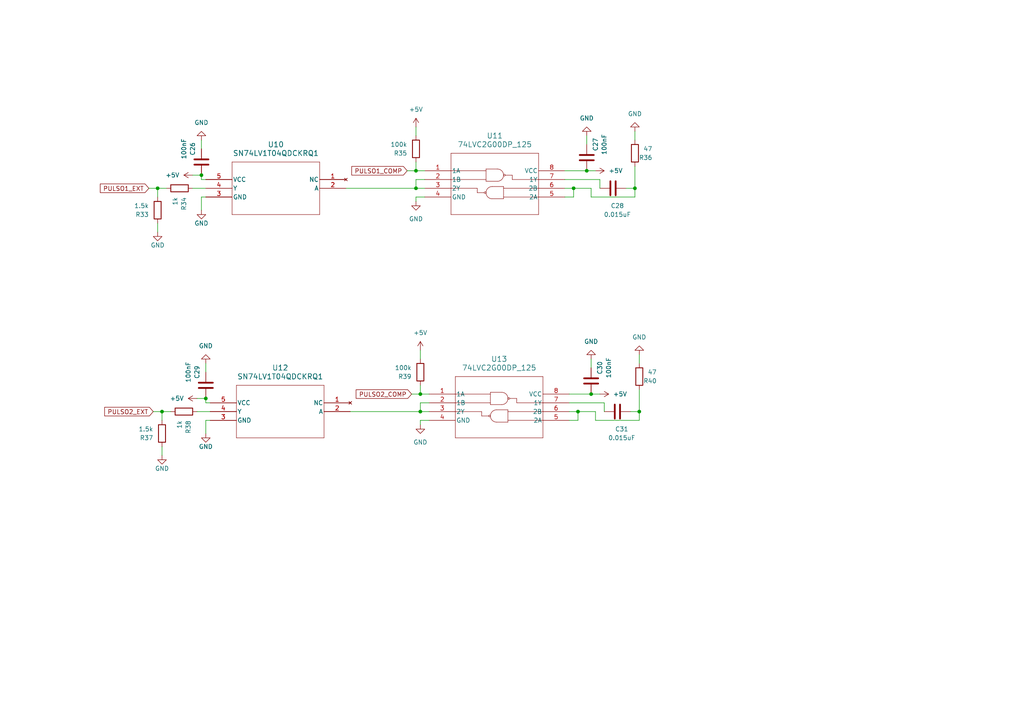
<source format=kicad_sch>
(kicad_sch (version 20230121) (generator eeschema)
  (paper "A4")
  (lib_symbols
    (symbol "0A_74LVC2G00DP-Q100H:74LVC2G00DP_125" (pin_names (offset 0.254))
      (property "Reference" "U" (at 20.32 10.16 0))
      (property "Value" "74LVC2G00DP_125" (at 20.32 7.62 0))
      (symbol "74LVC2G00DP_125_0_1"
        (polyline (pts (xy 7.62 -12.7) (xy 33.02 -12.7)) (stroke (width 0.127)))
        (polyline (pts (xy 7.62 -5.08) (xy 15.24 -5.08)) (stroke (width 0.127)))
        (polyline (pts (xy 7.62 -2.54) (xy 17.78 -2.54)) (stroke (width 0.127)))
        (polyline (pts (xy 7.62 0) (xy 17.78 0)) (stroke (width 0.127)))
        (polyline (pts (xy 7.62 5.08) (xy 7.62 -12.7)) (stroke (width 0.127)))
        (polyline (pts (xy 15.24 -6.35) (xy 15.24 -5.08)) (stroke (width 0.127)))
        (polyline (pts (xy 17.272 -6.35) (xy 15.24 -6.35)) (stroke (width 0.127)))
        (polyline (pts (xy 17.78 -3.048) (xy 21.082 -3.048)) (stroke (width 0.127)))
        (polyline (pts (xy 17.78 0.508) (xy 17.78 -3.048)) (stroke (width 0.127)))
        (polyline (pts (xy 17.78 0.508) (xy 21.082 0.508)) (stroke (width 0.127)))
        (polyline (pts (xy 22.86 -8.128) (xy 19.558 -8.128)) (stroke (width 0.127)))
        (polyline (pts (xy 22.86 -8.128) (xy 22.86 -4.572)) (stroke (width 0.127)))
        (polyline (pts (xy 22.86 -4.572) (xy 19.558 -4.572)) (stroke (width 0.127)))
        (polyline (pts (xy 23.368 -1.27) (xy 25.4 -1.27)) (stroke (width 0.127)))
        (polyline (pts (xy 25.4 -1.27) (xy 25.4 -2.54)) (stroke (width 0.127)))
        (polyline (pts (xy 33.02 -12.7) (xy 33.02 5.08)) (stroke (width 0.127)))
        (polyline (pts (xy 33.02 -7.62) (xy 22.86 -7.62)) (stroke (width 0.127)))
        (polyline (pts (xy 33.02 -5.08) (xy 22.86 -5.08)) (stroke (width 0.127)))
        (polyline (pts (xy 33.02 -2.54) (xy 25.4 -2.54)) (stroke (width 0.127)))
        (polyline (pts (xy 33.02 5.08) (xy 7.62 5.08)) (stroke (width 0.127)))
        (circle (center 17.526 -6.35) (radius 0.254) (stroke (width 0.127)))
        (arc (start 19.558 -4.572) (mid 17.7877 -6.35) (end 19.558 -8.128) (stroke (width 0.127)))
        (arc (start 21.082 -3.048) (mid 22.8522 -1.27) (end 21.082 0.508) (stroke (width 0.127)))
        (circle (center 23.114 -1.27) (radius 0.254) (stroke (width 0.127)))
        (pin input line (at 0 0 0) (length 7.62) (name "1A") (number "1"))
        (pin input line (at 0 -2.54 0) (length 7.62) (name "1B") (number "2"))
        (pin output line (at 0 -5.08 0) (length 7.62) (name "2Y") (number "3"))
        (pin power_out line (at 0 -7.62 0) (length 7.62) (name "GND") (number "4"))
        (pin input line (at 40.64 -7.62 180) (length 7.62) (name "2A") (number "5"))
        (pin input line (at 40.64 -5.08 180) (length 7.62) (name "2B") (number "6"))
        (pin output line (at 40.64 -2.54 180) (length 7.62) (name "1Y") (number "7"))
        (pin power_in line (at 40.64 0 180) (length 7.62) (name "VCC") (number "8"))
      )
    )
    (symbol "0A_SN74LV1T04QDCKRQ1:SN74LV1T04QDCKRQ1" (pin_names (offset 0.254))
      (property "Reference" "U" (at 20.32 10.16 0))
      (property "Value" "SN74LV1T04QDCKRQ1" (at 20.32 7.62 0))
      (symbol "SN74LV1T04QDCKRQ1_0_1"
        (polyline (pts (xy 7.62 -10.16) (xy 33.02 -10.16)) (stroke (width 0.127)))
        (polyline (pts (xy 7.62 5.08) (xy 7.62 -10.16)) (stroke (width 0.127)))
        (polyline (pts (xy 33.02 -10.16) (xy 33.02 5.08)) (stroke (width 0.127)))
        (polyline (pts (xy 33.02 5.08) (xy 7.62 5.08)) (stroke (width 0.127)))
        (pin no_connect line (at 0 0 0) (length 7.62) (name "NC") (number "1"))
        (pin input line (at 0 -2.54 0) (length 7.62) (name "A") (number "2"))
        (pin power_out line (at 40.64 -5.08 180) (length 7.62) (name "GND") (number "3"))
        (pin output line (at 40.64 -2.54 180) (length 7.62) (name "Y") (number "4"))
        (pin power_in line (at 40.64 0 180) (length 7.62) (name "VCC") (number "5"))
      )
    )
    (symbol "Device:C" (pin_numbers hide) (pin_names (offset 0.254))
      (property "Reference" "C" (at 0.635 2.54 0))
      (property "Value" "C" (at 0.635 -2.54 0))
      (symbol "C_0_1"
        (polyline (pts (xy -2.032 -0.762) (xy 2.032 -0.762)) (stroke (width 0.508)))
        (polyline (pts (xy -2.032 0.762) (xy 2.032 0.762)) (stroke (width 0.508)))
      )
      (symbol "C_1_1"
        (pin passive line (at 0 3.81 270) (length 2.794) (name "~") (number "1"))
        (pin passive line (at 0 -3.81 90) (length 2.794) (name "~") (number "2"))
      )
    )
    (symbol "Device:R" (pin_numbers hide) (pin_names (offset 0))
      (property "Reference" "R" (at 2.032 0 90))
      (property "Value" "R" (at 0 0 90))
      (symbol "R_0_1"
        (rectangle (start -1.016 -2.54) (end 1.016 2.54) (stroke (width 0.254)))
      )
      (symbol "R_1_1"
        (pin passive line (at 0 3.81 270) (length 1.27) (name "~") (number "1"))
        (pin passive line (at 0 -3.81 90) (length 1.27) (name "~") (number "2"))
      )
    )
    (symbol "power:+5V" (power) (pin_names (offset 0))
      (property "Value" "+5V" (at 0 3.556 0))
      (symbol "+5V_0_1"
        (polyline (pts (xy -0.762 1.27) (xy 0 2.54)))
        (polyline (pts (xy 0 0) (xy 0 2.54)))
        (polyline (pts (xy 0 2.54) (xy 0.762 1.27)))
      )
      (symbol "+5V_1_1"
        (pin power_in line (at 0 0 90) (length 0) hide (name "+5V") (number "1"))
      )
    )
    (symbol "power:GND" (power) (pin_names (offset 0))
      (property "Value" "GND" (at 0 -3.81 0))
      (symbol "GND_0_1"
        (polyline (pts (xy 0 0) (xy 0 -1.27) (xy 1.27 -1.27) (xy 0 -2.54) (xy -1.27 -1.27) (xy 0 -1.27)))
      )
      (symbol "GND_1_1"
        (pin power_in line (at 0 0 270) (length 0) hide (name "GND") (number "1"))
      )
    )
  )
  (junction (at 166.37 54.61))
  (junction (at 46.99 119.38))
  (junction (at 120.65 54.61))
  (junction (at 121.92 119.38))
  (junction (at 184.15 54.61))
  (junction (at 120.65 49.53))
  (junction (at 185.42 119.38))
  (junction (at 171.45 114.3))
  (junction (at 170.18 49.53))
  (junction (at 58.42 50.8))
  (junction (at 59.69 115.57))
  (junction (at 121.92 114.3))
  (junction (at 45.72 54.61))
  (junction (at 167.64 119.38))
  (wire (pts (xy 120.65 49.53) (xy 123.19 49.53)))
  (wire (pts (xy 48.26 54.61) (xy 45.72 54.61)))
  (wire (pts (xy 45.72 64.77) (xy 45.72 67.31)))
  (wire (pts (xy 171.45 104.14) (xy 171.45 106.68)))
  (wire (pts (xy 119.38 114.3) (xy 121.92 114.3)))
  (wire (pts (xy 163.83 54.61) (xy 166.37 54.61)))
  (wire (pts (xy 171.45 114.3) (xy 173.99 114.3)))
  (wire (pts (xy 182.88 119.38) (xy 185.42 119.38)))
  (wire (pts (xy 100.33 54.61) (xy 120.65 54.61)))
  (wire (pts (xy 165.1 119.38) (xy 167.64 119.38)))
  (wire (pts (xy 185.42 113.03) (xy 185.42 119.38)))
  (wire (pts (xy 58.42 57.15) (xy 58.42 60.96)))
  (wire (pts (xy 57.15 119.38) (xy 60.96 119.38)))
  (wire (pts (xy 123.19 57.15) (xy 120.65 57.15)))
  (wire (pts (xy 163.83 49.53) (xy 170.18 49.53)))
  (wire (pts (xy 45.72 54.61) (xy 45.72 57.15)))
  (wire (pts (xy 173.99 54.61) (xy 173.99 52.07)))
  (wire (pts (xy 171.45 57.15) (xy 171.45 54.61)))
  (wire (pts (xy 120.65 52.07) (xy 123.19 52.07)))
  (wire (pts (xy 124.46 119.38) (xy 121.92 119.38)))
  (wire (pts (xy 165.1 121.92) (xy 167.64 121.92)))
  (wire (pts (xy 181.61 54.61) (xy 184.15 54.61)))
  (wire (pts (xy 60.96 116.84) (xy 59.69 116.84)))
  (wire (pts (xy 172.72 119.38) (xy 167.64 119.38)))
  (wire (pts (xy 171.45 54.61) (xy 166.37 54.61)))
  (wire (pts (xy 185.42 102.87) (xy 185.42 105.41)))
  (wire (pts (xy 59.69 115.57) (xy 57.15 115.57)))
  (wire (pts (xy 121.92 101.6) (xy 121.92 104.14)))
  (wire (pts (xy 120.65 54.61) (xy 120.65 52.07)))
  (wire (pts (xy 58.42 50.8) (xy 55.88 50.8)))
  (wire (pts (xy 58.42 40.64) (xy 58.42 43.18)))
  (wire (pts (xy 184.15 48.26) (xy 184.15 54.61)))
  (wire (pts (xy 59.69 52.07) (xy 58.42 52.07)))
  (wire (pts (xy 170.18 49.53) (xy 172.72 49.53)))
  (wire (pts (xy 118.11 49.53) (xy 120.65 49.53)))
  (wire (pts (xy 170.18 39.37) (xy 170.18 41.91)))
  (wire (pts (xy 60.96 121.92) (xy 59.69 121.92)))
  (wire (pts (xy 59.69 57.15) (xy 58.42 57.15)))
  (wire (pts (xy 166.37 57.15) (xy 166.37 54.61)))
  (wire (pts (xy 124.46 121.92) (xy 121.92 121.92)))
  (wire (pts (xy 59.69 121.92) (xy 59.69 125.73)))
  (wire (pts (xy 46.99 119.38) (xy 46.99 121.92)))
  (wire (pts (xy 49.53 119.38) (xy 46.99 119.38)))
  (wire (pts (xy 101.6 119.38) (xy 121.92 119.38)))
  (wire (pts (xy 121.92 121.92) (xy 121.92 123.19)))
  (wire (pts (xy 59.69 116.84) (xy 59.69 115.57)))
  (wire (pts (xy 44.45 119.38) (xy 46.99 119.38)))
  (wire (pts (xy 46.99 129.54) (xy 46.99 132.08)))
  (wire (pts (xy 163.83 57.15) (xy 166.37 57.15)))
  (wire (pts (xy 121.92 119.38) (xy 121.92 116.84)))
  (wire (pts (xy 43.18 54.61) (xy 45.72 54.61)))
  (wire (pts (xy 165.1 114.3) (xy 171.45 114.3)))
  (wire (pts (xy 175.26 119.38) (xy 175.26 116.84)))
  (wire (pts (xy 173.99 52.07) (xy 163.83 52.07)))
  (wire (pts (xy 121.92 111.76) (xy 121.92 114.3)))
  (wire (pts (xy 120.65 57.15) (xy 120.65 58.42)))
  (wire (pts (xy 172.72 121.92) (xy 172.72 119.38)))
  (wire (pts (xy 121.92 114.3) (xy 124.46 114.3)))
  (wire (pts (xy 185.42 121.92) (xy 185.42 119.38)))
  (wire (pts (xy 121.92 116.84) (xy 124.46 116.84)))
  (wire (pts (xy 167.64 121.92) (xy 167.64 119.38)))
  (wire (pts (xy 59.69 105.41) (xy 59.69 107.95)))
  (wire (pts (xy 175.26 116.84) (xy 165.1 116.84)))
  (wire (pts (xy 171.45 57.15) (xy 184.15 57.15)))
  (wire (pts (xy 123.19 54.61) (xy 120.65 54.61)))
  (wire (pts (xy 120.65 46.99) (xy 120.65 49.53)))
  (wire (pts (xy 184.15 57.15) (xy 184.15 54.61)))
  (wire (pts (xy 172.72 121.92) (xy 185.42 121.92)))
  (wire (pts (xy 120.65 36.83) (xy 120.65 39.37)))
  (wire (pts (xy 58.42 52.07) (xy 58.42 50.8)))
  (wire (pts (xy 55.88 54.61) (xy 59.69 54.61)))
  (wire (pts (xy 184.15 38.1) (xy 184.15 40.64)))
  (global_label "PULSO2_EXT" (shape input) (at 44.45 119.38 180) (property "Intersheetrefs" "${INTERSHEET_REFS}" (effects hide)))
  (global_label "PULSO1_EXT" (shape input) (at 43.18 54.61 180) (property "Intersheetrefs" "${INTERSHEET_REFS}" (effects hide)))
  (global_label "PULSO1_COMP" (shape input) (at 118.11 49.53 180) (property "Intersheetrefs" "${INTERSHEET_REFS}" (effects hide)))
  (global_label "PULSO2_COMP" (shape input) (at 119.38 114.3 180) (property "Intersheetrefs" "${INTERSHEET_REFS}" (effects hide)))
  (symbol (lib_id "0A_74LVC2G00DP-Q100H:74LVC2G00DP_125") (at 123.19 49.53 0) (unit 1)
    (property "Reference" "U11" (at 143.51 39.37 0) (effects (font (size 1.524 1.524))))
    (property "Value" "74LVC2G00DP_125" (at 143.51 41.91 0) (effects (font (size 1.524 1.524))))
    (property "Footprint" "0A_74LVC2G00DP-Q100H:SOT765-1_NEX" (effects hide))
    (property "Datasheet" "74LVC2G00DP_125" (effects hide))
  )
  (symbol (lib_id "power:GND") (at 46.99 132.08 0) (unit 1)
    (property "Reference" "#PWR066" (effects hide))
    (property "Value" "GND" (at 46.99 135.89 0))
  )
  (symbol (lib_id "Device:R") (at 120.65 43.18 0) (unit 1)
    (property "Reference" "R35" (at 118.11 44.45 0) (effects (justify right)))
    (property "Value" "100k" (at 118.11 41.91 0) (effects (justify right)))
    (property "Footprint" "Resistor_SMD:R_0805_2012Metric" (effects hide))
  )
  (symbol (lib_id "power:GND") (at 58.42 40.64 0) (mirror x) (unit 1)
    (property "Reference" "#PWR059" (effects hide))
    (property "Value" "GND" (at 58.42 35.56 0))
  )
  (symbol (lib_id "power:GND") (at 184.15 38.1 180) (unit 1)
    (property "Reference" "#PWR065" (effects hide))
    (property "Value" "GND" (at 184.15 33.02 0))
  )
  (symbol (lib_id "Device:R") (at 46.99 125.73 0) (unit 1)
    (property "Reference" "R37" (at 44.45 127 0) (effects (justify right)))
    (property "Value" "1.5k" (at 44.45 124.46 0) (effects (justify right)))
    (property "Footprint" "Resistor_SMD:R_0805_2012Metric" (effects hide))
  )
  (symbol (lib_id "Device:R") (at 52.07 54.61 90) (unit 1)
    (property "Reference" "R34" (at 53.34 57.15 0) (effects (justify right)))
    (property "Value" "1k" (at 50.8 57.15 0) (effects (justify right)))
    (property "Footprint" "Resistor_SMD:R_0805_2012Metric" (effects hide))
  )
  (symbol (lib_id "Device:C") (at 177.8 54.61 90) (unit 1)
    (property "Reference" "C28" (at 179.07 59.69 90))
    (property "Value" "0.015uF" (at 179.07 62.23 90))
    (property "Footprint" "Capacitor_SMD:C_0805_2012Metric" (effects hide))
  )
  (symbol (lib_id "power:GND") (at 171.45 104.14 180) (unit 1)
    (property "Reference" "#PWR072" (effects hide))
    (property "Value" "GND" (at 171.45 99.06 0))
  )
  (symbol (lib_id "Device:R") (at 121.92 107.95 0) (unit 1)
    (property "Reference" "R39" (at 119.38 109.22 0) (effects (justify right)))
    (property "Value" "100k" (at 119.38 106.68 0) (effects (justify right)))
    (property "Footprint" "Resistor_SMD:R_0805_2012Metric" (effects hide))
  )
  (symbol (lib_id "power:GND") (at 58.42 60.96 0) (unit 1)
    (property "Reference" "#PWR060" (effects hide))
    (property "Value" "GND" (at 58.42 64.77 0))
  )
  (symbol (lib_id "power:+5V") (at 173.99 114.3 270) (unit 1)
    (property "Reference" "#PWR073" (effects hide))
    (property "Value" "+5V" (at 177.8 114.3 90) (effects (justify left)))
  )
  (symbol (lib_id "power:GND") (at 185.42 102.87 180) (unit 1)
    (property "Reference" "#PWR074" (effects hide))
    (property "Value" "GND" (at 185.42 97.79 0))
  )
  (symbol (lib_id "power:GND") (at 170.18 39.37 180) (unit 1)
    (property "Reference" "#PWR063" (effects hide))
    (property "Value" "GND" (at 170.18 34.29 0))
  )
  (symbol (lib_id "power:GND") (at 59.69 125.73 0) (unit 1)
    (property "Reference" "#PWR069" (effects hide))
    (property "Value" "GND" (at 59.69 129.54 0))
  )
  (symbol (lib_id "Device:R") (at 185.42 109.22 0) (unit 1)
    (property "Reference" "R40" (at 190.5 110.49 0) (effects (justify right)))
    (property "Value" "47" (at 190.5 107.95 0) (effects (justify right)))
    (property "Footprint" "Resistor_SMD:R_0805_2012Metric" (effects hide))
  )
  (symbol (lib_id "power:+5V") (at 55.88 50.8 90) (mirror x) (unit 1)
    (property "Reference" "#PWR058" (effects hide))
    (property "Value" "+5V" (at 52.07 50.8 90) (effects (justify left)))
  )
  (symbol (lib_id "power:GND") (at 45.72 67.31 0) (unit 1)
    (property "Reference" "#PWR057" (effects hide))
    (property "Value" "GND" (at 45.72 71.12 0))
  )
  (symbol (lib_id "power:GND") (at 120.65 58.42 0) (unit 1)
    (property "Reference" "#PWR062" (effects hide))
    (property "Value" "GND" (at 120.65 63.5 0))
  )
  (symbol (lib_id "power:GND") (at 59.69 105.41 0) (mirror x) (unit 1)
    (property "Reference" "#PWR068" (effects hide))
    (property "Value" "GND" (at 59.69 100.33 0))
  )
  (symbol (lib_id "power:+5V") (at 57.15 115.57 90) (mirror x) (unit 1)
    (property "Reference" "#PWR067" (effects hide))
    (property "Value" "+5V" (at 53.34 115.57 90) (effects (justify left)))
  )
  (symbol (lib_id "Device:C") (at 179.07 119.38 90) (unit 1)
    (property "Reference" "C31" (at 180.34 124.46 90))
    (property "Value" "0.015uF" (at 180.34 127 90))
    (property "Footprint" "Capacitor_SMD:C_0805_2012Metric" (effects hide))
  )
  (symbol (lib_id "power:+5V") (at 172.72 49.53 270) (unit 1)
    (property "Reference" "#PWR064" (effects hide))
    (property "Value" "+5V" (at 176.53 49.53 90) (effects (justify left)))
  )
  (symbol (lib_id "Device:R") (at 45.72 60.96 0) (unit 1)
    (property "Reference" "R33" (at 43.18 62.23 0) (effects (justify right)))
    (property "Value" "1.5k" (at 43.18 59.69 0) (effects (justify right)))
    (property "Footprint" "Resistor_SMD:R_0805_2012Metric" (effects hide))
  )
  (symbol (lib_id "Device:C") (at 59.69 111.76 0) (mirror x) (unit 1)
    (property "Reference" "C29" (at 57.15 107.95 90))
    (property "Value" "100nF" (at 54.61 107.95 90))
    (property "Footprint" "Capacitor_SMD:C_0805_2012Metric" (effects hide))
  )
  (symbol (lib_id "0A_SN74LV1T04QDCKRQ1:SN74LV1T04QDCKRQ1") (at 101.6 116.84 0) (mirror y) (unit 1)
    (property "Reference" "U12" (at 81.28 106.68 0) (effects (font (size 1.524 1.524))))
    (property "Value" "SN74LV1T04QDCKRQ1" (at 81.28 109.22 0) (effects (font (size 1.524 1.524))))
    (property "Footprint" "0A_SN74LV1T04QDCKRQ1:SC70-5_DCK_TEX" (effects hide))
    (property "Datasheet" "SN74LV1T04QDCKRQ1" (effects hide))
  )
  (symbol (lib_id "Device:C") (at 58.42 46.99 0) (mirror x) (unit 1)
    (property "Reference" "C26" (at 55.88 43.18 90))
    (property "Value" "100nF" (at 53.34 43.18 90))
    (property "Footprint" "Capacitor_SMD:C_0805_2012Metric" (effects hide))
  )
  (symbol (lib_id "power:+5V") (at 120.65 36.83 0) (unit 1)
    (property "Reference" "#PWR061" (effects hide))
    (property "Value" "+5V" (at 120.65 31.75 0))
  )
  (symbol (lib_id "0A_74LVC2G00DP-Q100H:74LVC2G00DP_125") (at 124.46 114.3 0) (unit 1)
    (property "Reference" "U13" (at 144.78 104.14 0) (effects (font (size 1.524 1.524))))
    (property "Value" "74LVC2G00DP_125" (at 144.78 106.68 0) (effects (font (size 1.524 1.524))))
    (property "Footprint" "0A_74LVC2G00DP-Q100H:SOT765-1_NEX" (effects hide))
    (property "Datasheet" "74LVC2G00DP_125" (effects hide))
  )
  (symbol (lib_id "Device:R") (at 53.34 119.38 90) (unit 1)
    (property "Reference" "R38" (at 54.61 121.92 0) (effects (justify right)))
    (property "Value" "1k" (at 52.07 121.92 0) (effects (justify right)))
    (property "Footprint" "Resistor_SMD:R_0805_2012Metric" (effects hide))
  )
  (symbol (lib_id "Device:C") (at 171.45 110.49 180) (unit 1)
    (property "Reference" "C30" (at 173.99 106.68 90))
    (property "Value" "100nF" (at 176.53 106.68 90))
    (property "Footprint" "Capacitor_SMD:C_0805_2012Metric" (effects hide))
  )
  (symbol (lib_id "Device:R") (at 184.15 44.45 0) (unit 1)
    (property "Reference" "R36" (at 189.23 45.72 0) (effects (justify right)))
    (property "Value" "47" (at 189.23 43.18 0) (effects (justify right)))
    (property "Footprint" "Resistor_SMD:R_0805_2012Metric" (effects hide))
  )
  (symbol (lib_id "power:GND") (at 121.92 123.19 0) (unit 1)
    (property "Reference" "#PWR071" (effects hide))
    (property "Value" "GND" (at 121.92 128.27 0))
  )
  (symbol (lib_id "Device:C") (at 170.18 45.72 180) (unit 1)
    (property "Reference" "C27" (at 172.72 41.91 90))
    (property "Value" "100nF" (at 175.26 41.91 90))
    (property "Footprint" "Capacitor_SMD:C_0805_2012Metric" (effects hide))
  )
  (symbol (lib_id "0A_SN74LV1T04QDCKRQ1:SN74LV1T04QDCKRQ1") (at 100.33 52.07 0) (mirror y) (unit 1)
    (property "Reference" "U10" (at 80.01 41.91 0) (effects (font (size 1.524 1.524))))
    (property "Value" "SN74LV1T04QDCKRQ1" (at 80.01 44.45 0) (effects (font (size 1.524 1.524))))
    (property "Footprint" "0A_SN74LV1T04QDCKRQ1:SC70-5_DCK_TEX" (effects hide))
    (property "Datasheet" "SN74LV1T04QDCKRQ1" (effects hide))
  )
  (symbol (lib_id "power:+5V") (at 121.92 101.6 0) (unit 1)
    (property "Reference" "#PWR070" (effects hide))
    (property "Value" "+5V" (at 121.92 96.52 0))
  )
)
</source>
